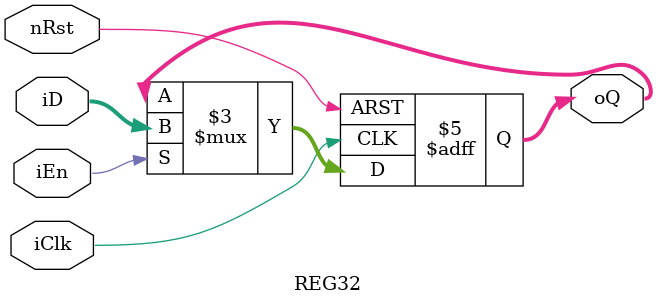
<source format=v>
module REG32 (
    iClk,
    nRst,
    iEn,
    iD,
    oQ
);

input wire iClk, nRst, iEn;
input wire [31:0] iD;
output reg [31:0] oQ;

always @(posedge iClk or negedge nRst)
begin
    if(!nRst) oQ = 32'd0;
    else begin
        if(iEn) oQ <= iD;
    end
end


endmodule
</source>
